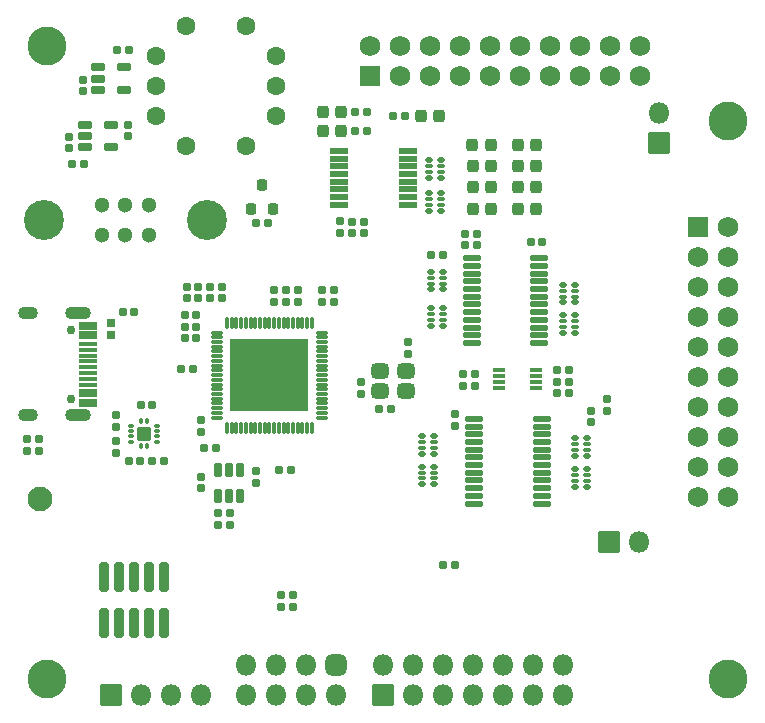
<source format=gbr>
%TF.GenerationSoftware,KiCad,Pcbnew,7.0.7*%
%TF.CreationDate,2024-05-31T12:22:19-07:00*%
%TF.ProjectId,Serberus,53657262-6572-4757-932e-6b696361645f,V2.2*%
%TF.SameCoordinates,Original*%
%TF.FileFunction,Soldermask,Top*%
%TF.FilePolarity,Negative*%
%FSLAX46Y46*%
G04 Gerber Fmt 4.6, Leading zero omitted, Abs format (unit mm)*
G04 Created by KiCad (PCBNEW 7.0.7) date 2024-05-31 12:22:19*
%MOMM*%
%LPD*%
G01*
G04 APERTURE LIST*
G04 Aperture macros list*
%AMRoundRect*
0 Rectangle with rounded corners*
0 $1 Rounding radius*
0 $2 $3 $4 $5 $6 $7 $8 $9 X,Y pos of 4 corners*
0 Add a 4 corners polygon primitive as box body*
4,1,4,$2,$3,$4,$5,$6,$7,$8,$9,$2,$3,0*
0 Add four circle primitives for the rounded corners*
1,1,$1+$1,$2,$3*
1,1,$1+$1,$4,$5*
1,1,$1+$1,$6,$7*
1,1,$1+$1,$8,$9*
0 Add four rect primitives between the rounded corners*
20,1,$1+$1,$2,$3,$4,$5,0*
20,1,$1+$1,$4,$5,$6,$7,0*
20,1,$1+$1,$6,$7,$8,$9,0*
20,1,$1+$1,$8,$9,$2,$3,0*%
G04 Aperture macros list end*
%ADD10RoundRect,0.185000X-0.185000X0.135000X-0.185000X-0.135000X0.185000X-0.135000X0.185000X0.135000X0*%
%ADD11RoundRect,0.185000X-0.135000X-0.185000X0.135000X-0.185000X0.135000X0.185000X-0.135000X0.185000X0*%
%ADD12RoundRect,0.190000X0.140000X0.170000X-0.140000X0.170000X-0.140000X-0.170000X0.140000X-0.170000X0*%
%ADD13RoundRect,0.190000X0.170000X-0.140000X0.170000X0.140000X-0.170000X0.140000X-0.170000X-0.140000X0*%
%ADD14RoundRect,0.150000X-0.150000X-0.100000X0.150000X-0.100000X0.150000X0.100000X-0.150000X0.100000X0*%
%ADD15RoundRect,0.125000X-0.175000X-0.075000X0.175000X-0.075000X0.175000X0.075000X-0.175000X0.075000X0*%
%ADD16C,2.100000*%
%ADD17RoundRect,0.190000X-0.170000X0.140000X-0.170000X-0.140000X0.170000X-0.140000X0.170000X0.140000X0*%
%ADD18RoundRect,0.050000X0.425000X-0.150000X0.425000X0.150000X-0.425000X0.150000X-0.425000X-0.150000X0*%
%ADD19RoundRect,0.212500X0.162500X-0.367500X0.162500X0.367500X-0.162500X0.367500X-0.162500X-0.367500X0*%
%ADD20RoundRect,0.185000X0.135000X0.185000X-0.135000X0.185000X-0.135000X-0.185000X0.135000X-0.185000X0*%
%ADD21RoundRect,0.268750X-0.218750X-0.256250X0.218750X-0.256250X0.218750X0.256250X-0.218750X0.256250X0*%
%ADD22RoundRect,0.190000X-0.140000X-0.170000X0.140000X-0.170000X0.140000X0.170000X-0.140000X0.170000X0*%
%ADD23RoundRect,0.150000X0.150000X0.100000X-0.150000X0.100000X-0.150000X-0.100000X0.150000X-0.100000X0*%
%ADD24RoundRect,0.125000X0.175000X0.075000X-0.175000X0.075000X-0.175000X-0.075000X0.175000X-0.075000X0*%
%ADD25C,3.300000*%
%ADD26RoundRect,0.350000X-0.400000X-0.300000X0.400000X-0.300000X0.400000X0.300000X-0.400000X0.300000X0*%
%ADD27RoundRect,0.250000X0.200000X-0.250000X0.200000X0.250000X-0.200000X0.250000X-0.200000X-0.250000X0*%
%ADD28RoundRect,0.050000X0.850000X-0.850000X0.850000X0.850000X-0.850000X0.850000X-0.850000X-0.850000X0*%
%ADD29O,1.800000X1.800000*%
%ADD30RoundRect,0.185000X0.185000X-0.135000X0.185000X0.135000X-0.185000X0.135000X-0.185000X-0.135000X0*%
%ADD31RoundRect,0.197500X-0.147500X-0.172500X0.147500X-0.172500X0.147500X0.172500X-0.147500X0.172500X0*%
%ADD32RoundRect,0.268750X0.218750X0.256250X-0.218750X0.256250X-0.218750X-0.256250X0.218750X-0.256250X0*%
%ADD33RoundRect,0.475000X-0.425000X0.425000X-0.425000X-0.425000X0.425000X-0.425000X0.425000X0.425000X0*%
%ADD34RoundRect,0.050000X-0.825000X0.825000X-0.825000X-0.825000X0.825000X-0.825000X0.825000X0.825000X0*%
%ADD35C,1.750000*%
%ADD36RoundRect,0.150000X-0.637500X-0.100000X0.637500X-0.100000X0.637500X0.100000X-0.637500X0.100000X0*%
%ADD37RoundRect,0.050000X-0.737500X0.225000X-0.737500X-0.225000X0.737500X-0.225000X0.737500X0.225000X0*%
%ADD38RoundRect,0.212500X-0.367500X-0.162500X0.367500X-0.162500X0.367500X0.162500X-0.367500X0.162500X0*%
%ADD39C,0.750000*%
%ADD40RoundRect,0.050000X-0.725000X0.300000X-0.725000X-0.300000X0.725000X-0.300000X0.725000X0.300000X0*%
%ADD41RoundRect,0.050000X-0.725000X0.150000X-0.725000X-0.150000X0.725000X-0.150000X0.725000X0.150000X0*%
%ADD42O,2.200000X1.100000*%
%ADD43O,1.700000X1.100000*%
%ADD44RoundRect,0.197500X-0.172500X0.147500X-0.172500X-0.147500X0.172500X-0.147500X0.172500X0.147500X0*%
%ADD45C,1.300000*%
%ADD46C,3.385000*%
%ADD47C,1.600000*%
%ADD48RoundRect,0.050000X0.100000X0.425000X-0.100000X0.425000X-0.100000X-0.425000X0.100000X-0.425000X0*%
%ADD49RoundRect,0.050000X0.425000X-0.100000X0.425000X0.100000X-0.425000X0.100000X-0.425000X-0.100000X0*%
%ADD50RoundRect,0.050000X3.280000X-3.030000X3.280000X3.030000X-3.280000X3.030000X-3.280000X-3.030000X0*%
%ADD51RoundRect,0.050000X0.200000X-0.125000X0.200000X0.125000X-0.200000X0.125000X-0.200000X-0.125000X0*%
%ADD52RoundRect,0.050000X-0.125000X-0.200000X0.125000X-0.200000X0.125000X0.200000X-0.125000X0.200000X0*%
%ADD53RoundRect,0.050000X-0.550000X-0.550000X0.550000X-0.550000X0.550000X0.550000X-0.550000X0.550000X0*%
%ADD54RoundRect,0.050000X-0.825000X-0.825000X0.825000X-0.825000X0.825000X0.825000X-0.825000X0.825000X0*%
%ADD55RoundRect,0.235000X-0.185000X1.015000X-0.185000X-1.015000X0.185000X-1.015000X0.185000X1.015000X0*%
%ADD56RoundRect,0.050000X0.850000X0.850000X-0.850000X0.850000X-0.850000X-0.850000X0.850000X-0.850000X0*%
G04 APERTURE END LIST*
D10*
%TO.C,R17*%
X170600000Y-103090000D03*
X170600000Y-104110000D03*
%TD*%
D11*
%TO.C,R12*%
X136490000Y-107300000D03*
X137510000Y-107300000D03*
%TD*%
D12*
%TO.C,C5*%
X135795000Y-97000000D03*
X134835000Y-97000000D03*
%TD*%
D13*
%TO.C,C20*%
X158600000Y-90080000D03*
X158600000Y-89120000D03*
%TD*%
%TO.C,C3*%
X125000000Y-81880000D03*
X125000000Y-80920000D03*
%TD*%
D14*
%TO.C,RN6*%
X154900000Y-108850000D03*
D15*
X154900000Y-109350000D03*
X154900000Y-109850000D03*
D14*
X154900000Y-110350000D03*
X155900000Y-110350000D03*
D15*
X155900000Y-109850000D03*
X155900000Y-109350000D03*
D14*
X155900000Y-108850000D03*
%TD*%
D16*
%TO.C,TP1*%
X122600000Y-111600000D03*
%TD*%
D17*
%TO.C,C16*%
X137000000Y-93640000D03*
X137000000Y-94600000D03*
%TD*%
D18*
%TO.C,U7*%
X161450000Y-100700000D03*
X161450000Y-101200000D03*
X161450000Y-101700000D03*
X161450000Y-102200000D03*
X164600000Y-102200000D03*
X164600000Y-101700000D03*
X164600000Y-101200000D03*
X164600000Y-100700000D03*
%TD*%
D19*
%TO.C,U4*%
X137650000Y-111300000D03*
X138600000Y-111300000D03*
X139550000Y-111300000D03*
X139550000Y-109100000D03*
X138600000Y-109100000D03*
X137650000Y-109100000D03*
%TD*%
D20*
%TO.C,R26*%
X167335000Y-101650000D03*
X166315000Y-101650000D03*
%TD*%
D21*
%TO.C,D12*%
X163037500Y-83400000D03*
X164612500Y-83400000D03*
%TD*%
%TO.C,D13*%
X163025000Y-81600000D03*
X164600000Y-81600000D03*
%TD*%
D22*
%TO.C,C28*%
X130120000Y-108400000D03*
X131080000Y-108400000D03*
%TD*%
D10*
%TO.C,R21*%
X144000000Y-119734500D03*
X144000000Y-120754500D03*
%TD*%
D21*
%TO.C,D10*%
X163025000Y-87000000D03*
X164600000Y-87000000D03*
%TD*%
D23*
%TO.C,RN10*%
X156500000Y-84400000D03*
D24*
X156500000Y-83900000D03*
X156500000Y-83400000D03*
D23*
X156500000Y-82900000D03*
X155500000Y-82900000D03*
D24*
X155500000Y-83400000D03*
X155500000Y-83900000D03*
D23*
X155500000Y-84400000D03*
%TD*%
D25*
%TO.C,H4*%
X180800000Y-126800000D03*
%TD*%
D14*
%TO.C,RN4*%
X166900000Y-96050000D03*
D15*
X166900000Y-96550000D03*
X166900000Y-97050000D03*
D14*
X166900000Y-97550000D03*
X167900000Y-97550000D03*
D15*
X167900000Y-97050000D03*
X167900000Y-96550000D03*
D14*
X167900000Y-96050000D03*
%TD*%
D20*
%TO.C,R5*%
X150310000Y-78800000D03*
X149290000Y-78800000D03*
%TD*%
D13*
%TO.C,C24*%
X153700000Y-99280000D03*
X153700000Y-98320000D03*
%TD*%
D26*
%TO.C,Y1*%
X151400000Y-102450000D03*
X153600000Y-102450000D03*
X153600000Y-100750000D03*
X151400000Y-100750000D03*
%TD*%
D20*
%TO.C,R3*%
X122510000Y-106500000D03*
X121490000Y-106500000D03*
%TD*%
D12*
%TO.C,C6*%
X135795000Y-96000000D03*
X134835000Y-96000000D03*
%TD*%
D13*
%TO.C,C11*%
X142400000Y-94880000D03*
X142400000Y-93920000D03*
%TD*%
D27*
%TO.C,Q1*%
X140450000Y-87000000D03*
X142350000Y-87000000D03*
X141400000Y-85000000D03*
%TD*%
D28*
%TO.C,J7*%
X128600000Y-128200000D03*
D29*
X131140000Y-128200000D03*
X133680000Y-128200000D03*
X136220000Y-128200000D03*
%TD*%
D13*
%TO.C,C10*%
X146500000Y-94880000D03*
X146500000Y-93920000D03*
%TD*%
D20*
%TO.C,R24*%
X159410000Y-102050000D03*
X158390000Y-102050000D03*
%TD*%
D11*
%TO.C,R4*%
X152490000Y-79200000D03*
X153510000Y-79200000D03*
%TD*%
%TO.C,R10*%
X149290000Y-80400000D03*
X150310000Y-80400000D03*
%TD*%
D30*
%TO.C,R2*%
X136200000Y-105910000D03*
X136200000Y-104890000D03*
%TD*%
D17*
%TO.C,C4*%
X130000000Y-79920000D03*
X130000000Y-80880000D03*
%TD*%
D12*
%TO.C,C25*%
X122480000Y-107500000D03*
X121520000Y-107500000D03*
%TD*%
%TO.C,C2*%
X130080000Y-73600000D03*
X129120000Y-73600000D03*
%TD*%
D31*
%TO.C,FB1*%
X134830000Y-98000000D03*
X135800000Y-98000000D03*
%TD*%
D32*
%TO.C,D8*%
X160787500Y-83400000D03*
X159212500Y-83400000D03*
%TD*%
D14*
%TO.C,RN3*%
X166900000Y-93450000D03*
D15*
X166900000Y-93950000D03*
X166900000Y-94450000D03*
D14*
X166900000Y-94950000D03*
X167900000Y-94950000D03*
D15*
X167900000Y-94450000D03*
X167900000Y-93950000D03*
D14*
X167900000Y-93450000D03*
%TD*%
D20*
%TO.C,R16*%
X157710000Y-117200000D03*
X156690000Y-117200000D03*
%TD*%
D33*
%TO.C,J5*%
X147685500Y-125639500D03*
D29*
X147685500Y-128179500D03*
X145145500Y-125639500D03*
X145145500Y-128179500D03*
X142605500Y-125639500D03*
X142605500Y-128179500D03*
X140065500Y-125639500D03*
X140065500Y-128179500D03*
%TD*%
D30*
%TO.C,R14*%
X140900000Y-110210000D03*
X140900000Y-109190000D03*
%TD*%
D34*
%TO.C,J3*%
X178260000Y-88580000D03*
D35*
X180800000Y-88580000D03*
X178260000Y-91120000D03*
X180800000Y-91120000D03*
X178260000Y-93660000D03*
X180800000Y-93660000D03*
X178260000Y-96200000D03*
X180800000Y-96200000D03*
X178260000Y-98740000D03*
X180800000Y-98740000D03*
X178260000Y-101280000D03*
X180800000Y-101280000D03*
X178260000Y-103820000D03*
X180800000Y-103820000D03*
X178260000Y-106360000D03*
X180800000Y-106360000D03*
X178260000Y-108900000D03*
X180800000Y-108900000D03*
X178260000Y-111440000D03*
X180800000Y-111440000D03*
%TD*%
D17*
%TO.C,C17*%
X138000000Y-93640000D03*
X138000000Y-94600000D03*
%TD*%
D30*
%TO.C,R22*%
X149800000Y-102710000D03*
X149800000Y-101690000D03*
%TD*%
D36*
%TO.C,U6*%
X159337500Y-104825000D03*
X159337500Y-105475000D03*
X159337500Y-106125000D03*
X159337500Y-106775000D03*
X159337500Y-107425000D03*
X159337500Y-108075000D03*
X159337500Y-108725000D03*
X159337500Y-109375000D03*
X159337500Y-110025000D03*
X159337500Y-110675000D03*
X159337500Y-111325000D03*
X159337500Y-111975000D03*
X165062500Y-111975000D03*
X165062500Y-111325000D03*
X165062500Y-110675000D03*
X165062500Y-110025000D03*
X165062500Y-109375000D03*
X165062500Y-108725000D03*
X165062500Y-108075000D03*
X165062500Y-107425000D03*
X165062500Y-106775000D03*
X165062500Y-106125000D03*
X165062500Y-105475000D03*
X165062500Y-104825000D03*
%TD*%
D14*
%TO.C,RN2*%
X155700000Y-95450000D03*
D15*
X155700000Y-95950000D03*
X155700000Y-96450000D03*
D14*
X155700000Y-96950000D03*
X156700000Y-96950000D03*
D15*
X156700000Y-96450000D03*
X156700000Y-95950000D03*
D14*
X156700000Y-95450000D03*
%TD*%
D28*
%TO.C,J8*%
X170800000Y-115200000D03*
D29*
X173340000Y-115200000D03*
%TD*%
D25*
%TO.C,H3*%
X123200000Y-126800000D03*
%TD*%
D17*
%TO.C,C8*%
X150000000Y-88120000D03*
X150000000Y-89080000D03*
%TD*%
D14*
%TO.C,RN7*%
X167900000Y-106450000D03*
D15*
X167900000Y-106950000D03*
X167900000Y-107450000D03*
D14*
X167900000Y-107950000D03*
X168900000Y-107950000D03*
D15*
X168900000Y-107450000D03*
X168900000Y-106950000D03*
D14*
X168900000Y-106450000D03*
%TD*%
D11*
%TO.C,R1*%
X132090000Y-108400000D03*
X133110000Y-108400000D03*
%TD*%
D32*
%TO.C,D1*%
X156387500Y-79200000D03*
X154812500Y-79200000D03*
%TD*%
%TO.C,D9*%
X160775000Y-81600000D03*
X159200000Y-81600000D03*
%TD*%
D25*
%TO.C,H2*%
X180800000Y-79600000D03*
%TD*%
D20*
%TO.C,R23*%
X159410000Y-101050000D03*
X158390000Y-101050000D03*
%TD*%
D12*
%TO.C,C22*%
X165080000Y-89800000D03*
X164120000Y-89800000D03*
%TD*%
D20*
%TO.C,R13*%
X138710000Y-112800000D03*
X137690000Y-112800000D03*
%TD*%
%TO.C,R25*%
X167335000Y-100650000D03*
X166315000Y-100650000D03*
%TD*%
D30*
%TO.C,R20*%
X143000000Y-120754500D03*
X143000000Y-119734500D03*
%TD*%
D37*
%TO.C,U9*%
X153738000Y-86675000D03*
X153738000Y-86025000D03*
X153738000Y-85375000D03*
X153738000Y-84725000D03*
X153738000Y-84075000D03*
X153738000Y-83425000D03*
X153738000Y-82775000D03*
X153738000Y-82125000D03*
X147862000Y-82125000D03*
X147862000Y-82775000D03*
X147862000Y-83425000D03*
X147862000Y-84075000D03*
X147862000Y-84725000D03*
X147862000Y-85375000D03*
X147862000Y-86025000D03*
X147862000Y-86675000D03*
%TD*%
D28*
%TO.C,J4*%
X151660000Y-128200000D03*
D29*
X151660000Y-125660000D03*
X154200000Y-128200000D03*
X154200000Y-125660000D03*
X156740000Y-128200000D03*
X156740000Y-125660000D03*
X159280000Y-128200000D03*
X159280000Y-125660000D03*
X161820000Y-128200000D03*
X161820000Y-125660000D03*
X164360000Y-128200000D03*
X164360000Y-125660000D03*
X166900000Y-128200000D03*
X166900000Y-125660000D03*
%TD*%
D38*
%TO.C,U2*%
X126400000Y-79900000D03*
X126400000Y-80850000D03*
X126400000Y-81800000D03*
X128600000Y-81800000D03*
X128600000Y-79900000D03*
%TD*%
D30*
%TO.C,R19*%
X157700000Y-105410000D03*
X157700000Y-104390000D03*
%TD*%
D39*
%TO.C,J1*%
X125240000Y-97310000D03*
X125240000Y-103090000D03*
D40*
X126685000Y-96950000D03*
X126685000Y-97750000D03*
D41*
X126685000Y-98950000D03*
X126685000Y-99950000D03*
X126685000Y-100450000D03*
X126685000Y-101450000D03*
D40*
X126685000Y-102650000D03*
X126685000Y-103450000D03*
X126685000Y-103450000D03*
X126685000Y-102650000D03*
D41*
X126685000Y-101950000D03*
X126685000Y-100950000D03*
X126685000Y-99450000D03*
X126685000Y-98450000D03*
D40*
X126685000Y-97750000D03*
X126685000Y-96950000D03*
D42*
X125770000Y-95880000D03*
D43*
X121590000Y-95880000D03*
D42*
X125770000Y-104520000D03*
D43*
X121590000Y-104520000D03*
%TD*%
D44*
%TO.C,FB3*%
X128600000Y-96715000D03*
X128600000Y-97685000D03*
%TD*%
D13*
%TO.C,C19*%
X159600000Y-90080000D03*
X159600000Y-89120000D03*
%TD*%
D20*
%TO.C,R11*%
X141910000Y-88200000D03*
X140890000Y-88200000D03*
%TD*%
D45*
%TO.C,SW2*%
X127800000Y-89200000D03*
X129800000Y-89200000D03*
X131800000Y-89200000D03*
X127800000Y-86700000D03*
X129800000Y-86700000D03*
X131800000Y-86700000D03*
D46*
X122900000Y-87950000D03*
X136700000Y-87950000D03*
%TD*%
D13*
%TO.C,C29*%
X129000000Y-107680000D03*
X129000000Y-106720000D03*
%TD*%
D47*
%TO.C,SW1*%
X142595000Y-79200000D03*
X132435000Y-79200000D03*
X132435000Y-76660000D03*
X132435000Y-74120000D03*
X142595000Y-74120000D03*
X142595000Y-76660000D03*
X140055000Y-81740000D03*
X134975000Y-81740000D03*
X134975000Y-71580000D03*
X140055000Y-71580000D03*
%TD*%
D32*
%TO.C,D7*%
X160787500Y-85200000D03*
X159212500Y-85200000D03*
%TD*%
D21*
%TO.C,D11*%
X163037500Y-85200000D03*
X164612500Y-85200000D03*
%TD*%
D48*
%TO.C,U3*%
X138407467Y-105550757D03*
X138807467Y-105550757D03*
X139207467Y-105550757D03*
X139607467Y-105550757D03*
X140007467Y-105550757D03*
X140407467Y-105550757D03*
X140807467Y-105550757D03*
X141207467Y-105550757D03*
X141607467Y-105550757D03*
X142007467Y-105550757D03*
X142407467Y-105550757D03*
X142807467Y-105550757D03*
X143207467Y-105550757D03*
X143607467Y-105550757D03*
X144007467Y-105550757D03*
X144407467Y-105550757D03*
X144807467Y-105550757D03*
X145207467Y-105550757D03*
X145607467Y-105550757D03*
D49*
X146457467Y-104700757D03*
X146457467Y-104300757D03*
X146457467Y-103900757D03*
X146457467Y-103500757D03*
X146457467Y-103100757D03*
X146457467Y-102700757D03*
X146457467Y-102300757D03*
X146457467Y-101900757D03*
X146457467Y-101500757D03*
X146457467Y-101100757D03*
X146457467Y-100700757D03*
X146457467Y-100300757D03*
X146457467Y-99900757D03*
X146457467Y-99500757D03*
X146457467Y-99100757D03*
X146457467Y-98700757D03*
X146457467Y-98300757D03*
X146457467Y-97900757D03*
X146457467Y-97500757D03*
D48*
X145607467Y-96650757D03*
X145207467Y-96650757D03*
X144807467Y-96650757D03*
X144407467Y-96650757D03*
X144007467Y-96650757D03*
X143607467Y-96650757D03*
X143207467Y-96650757D03*
X142807467Y-96650757D03*
X142407467Y-96650757D03*
X142007467Y-96650757D03*
X141607467Y-96650757D03*
X141207467Y-96650757D03*
X140807467Y-96650757D03*
X140407467Y-96650757D03*
X140007467Y-96650757D03*
X139607467Y-96650757D03*
X139207467Y-96650757D03*
X138807467Y-96650757D03*
X138407467Y-96650757D03*
D49*
X137557467Y-97500757D03*
X137557467Y-97900757D03*
X137557467Y-98300757D03*
X137557467Y-98700757D03*
X137557467Y-99100757D03*
X137557467Y-99500757D03*
X137557467Y-99900757D03*
X137557467Y-100300757D03*
X137557467Y-100700757D03*
X137557467Y-101100757D03*
X137557467Y-101500757D03*
X137557467Y-101900757D03*
X137557467Y-102300757D03*
X137557467Y-102700757D03*
X137557467Y-103100757D03*
X137557467Y-103500757D03*
X137557467Y-103900757D03*
X137557467Y-104300757D03*
X137557467Y-104700757D03*
D50*
X142007467Y-101100757D03*
%TD*%
D51*
%TO.C,U8*%
X130300000Y-105400000D03*
X130300000Y-105850000D03*
X130300000Y-106300000D03*
X130300000Y-106750000D03*
D52*
X131175000Y-107125000D03*
X131625000Y-107125000D03*
D51*
X132500000Y-106750000D03*
X132500000Y-106300000D03*
X132500000Y-105850000D03*
X132500000Y-105400000D03*
D52*
X131625000Y-105025000D03*
X131175000Y-105025000D03*
D53*
X131400000Y-106075000D03*
%TD*%
D23*
%TO.C,RN9*%
X156500000Y-87200000D03*
D24*
X156500000Y-86700000D03*
X156500000Y-86200000D03*
D23*
X156500000Y-85700000D03*
X155500000Y-85700000D03*
D24*
X155500000Y-86200000D03*
X155500000Y-86700000D03*
D23*
X155500000Y-87200000D03*
%TD*%
D36*
%TO.C,U5*%
X159137500Y-91225000D03*
X159137500Y-91875000D03*
X159137500Y-92525000D03*
X159137500Y-93175000D03*
X159137500Y-93825000D03*
X159137500Y-94475000D03*
X159137500Y-95125000D03*
X159137500Y-95775000D03*
X159137500Y-96425000D03*
X159137500Y-97075000D03*
X159137500Y-97725000D03*
X159137500Y-98375000D03*
X164862500Y-98375000D03*
X164862500Y-97725000D03*
X164862500Y-97075000D03*
X164862500Y-96425000D03*
X164862500Y-95775000D03*
X164862500Y-95125000D03*
X164862500Y-94475000D03*
X164862500Y-93825000D03*
X164862500Y-93175000D03*
X164862500Y-92525000D03*
X164862500Y-91875000D03*
X164862500Y-91225000D03*
%TD*%
D32*
%TO.C,D6*%
X160787500Y-87000000D03*
X159212500Y-87000000D03*
%TD*%
D13*
%TO.C,C1*%
X126200000Y-77080000D03*
X126200000Y-76120000D03*
%TD*%
D14*
%TO.C,RN1*%
X155700000Y-92350000D03*
D15*
X155700000Y-92850000D03*
X155700000Y-93350000D03*
D14*
X155700000Y-93850000D03*
X156700000Y-93850000D03*
D15*
X156700000Y-93350000D03*
X156700000Y-92850000D03*
D14*
X156700000Y-92350000D03*
%TD*%
D30*
%TO.C,R28*%
X148000000Y-89110000D03*
X148000000Y-88090000D03*
%TD*%
D11*
%TO.C,R6*%
X134490000Y-100600000D03*
X135510000Y-100600000D03*
%TD*%
D17*
%TO.C,C21*%
X169200000Y-104120000D03*
X169200000Y-105080000D03*
%TD*%
D14*
%TO.C,RN5*%
X154900000Y-106250000D03*
D15*
X154900000Y-106750000D03*
X154900000Y-107250000D03*
D14*
X154900000Y-107750000D03*
X155900000Y-107750000D03*
D15*
X155900000Y-107250000D03*
X155900000Y-106750000D03*
D14*
X155900000Y-106250000D03*
%TD*%
D17*
%TO.C,C14*%
X135000000Y-93640000D03*
X135000000Y-94600000D03*
%TD*%
D54*
%TO.C,J2*%
X150500000Y-75740000D03*
D35*
X150500000Y-73200000D03*
X153040000Y-75740000D03*
X153040000Y-73200000D03*
X155580000Y-75740000D03*
X155580000Y-73200000D03*
X158120000Y-75740000D03*
X158120000Y-73200000D03*
X160660000Y-75740000D03*
X160660000Y-73200000D03*
X163200000Y-75740000D03*
X163200000Y-73200000D03*
X165740000Y-75740000D03*
X165740000Y-73200000D03*
X168280000Y-75740000D03*
X168280000Y-73200000D03*
X170820000Y-75740000D03*
X170820000Y-73200000D03*
X173360000Y-75740000D03*
X173360000Y-73200000D03*
%TD*%
D22*
%TO.C,C27*%
X131120000Y-103600000D03*
X132080000Y-103600000D03*
%TD*%
D12*
%TO.C,C7*%
X126280000Y-83200000D03*
X125320000Y-83200000D03*
%TD*%
D13*
%TO.C,C9*%
X147500000Y-94880000D03*
X147500000Y-93920000D03*
%TD*%
D17*
%TO.C,C18*%
X136200000Y-109720000D03*
X136200000Y-110680000D03*
%TD*%
D22*
%TO.C,C26*%
X129600000Y-95800000D03*
X130560000Y-95800000D03*
%TD*%
D20*
%TO.C,R7*%
X143810000Y-109100000D03*
X142790000Y-109100000D03*
%TD*%
%TO.C,R15*%
X138710000Y-113800000D03*
X137690000Y-113800000D03*
%TD*%
%TO.C,R27*%
X167335000Y-102650000D03*
X166315000Y-102650000D03*
%TD*%
D13*
%TO.C,C12*%
X143400000Y-94880000D03*
X143400000Y-93920000D03*
%TD*%
D21*
%TO.C,D5*%
X146525000Y-80400500D03*
X148100000Y-80400500D03*
%TD*%
D17*
%TO.C,C31*%
X149000000Y-88120000D03*
X149000000Y-89080000D03*
%TD*%
D38*
%TO.C,U1*%
X127500000Y-75050000D03*
X127500000Y-76000000D03*
X127500000Y-76950000D03*
X129700000Y-76950000D03*
X129700000Y-75050000D03*
%TD*%
D21*
%TO.C,D2*%
X146525000Y-78800500D03*
X148100000Y-78800500D03*
%TD*%
D17*
%TO.C,C30*%
X129000000Y-104500000D03*
X129000000Y-105460000D03*
%TD*%
D55*
%TO.C,J6*%
X133055685Y-118200000D03*
X133055685Y-122100000D03*
X131785685Y-118200000D03*
X131785685Y-122100000D03*
X130515685Y-118200000D03*
X130515685Y-122100000D03*
X129245685Y-118200000D03*
X129245685Y-122100000D03*
X127975685Y-118200000D03*
X127975685Y-122100000D03*
%TD*%
D56*
%TO.C,J9*%
X175000000Y-81475000D03*
D29*
X175000000Y-78935000D03*
%TD*%
D14*
%TO.C,RN8*%
X167900000Y-109050000D03*
D15*
X167900000Y-109550000D03*
X167900000Y-110050000D03*
D14*
X167900000Y-110550000D03*
X168900000Y-110550000D03*
D15*
X168900000Y-110050000D03*
X168900000Y-109550000D03*
D14*
X168900000Y-109050000D03*
%TD*%
D22*
%TO.C,C23*%
X151320000Y-104000000D03*
X152280000Y-104000000D03*
%TD*%
D25*
%TO.C,H1*%
X123200000Y-73200000D03*
%TD*%
D17*
%TO.C,C15*%
X136000000Y-93640000D03*
X136000000Y-94600000D03*
%TD*%
D13*
%TO.C,C13*%
X144400000Y-94880000D03*
X144400000Y-93920000D03*
%TD*%
D11*
%TO.C,R18*%
X155690000Y-90900000D03*
X156710000Y-90900000D03*
%TD*%
M02*

</source>
